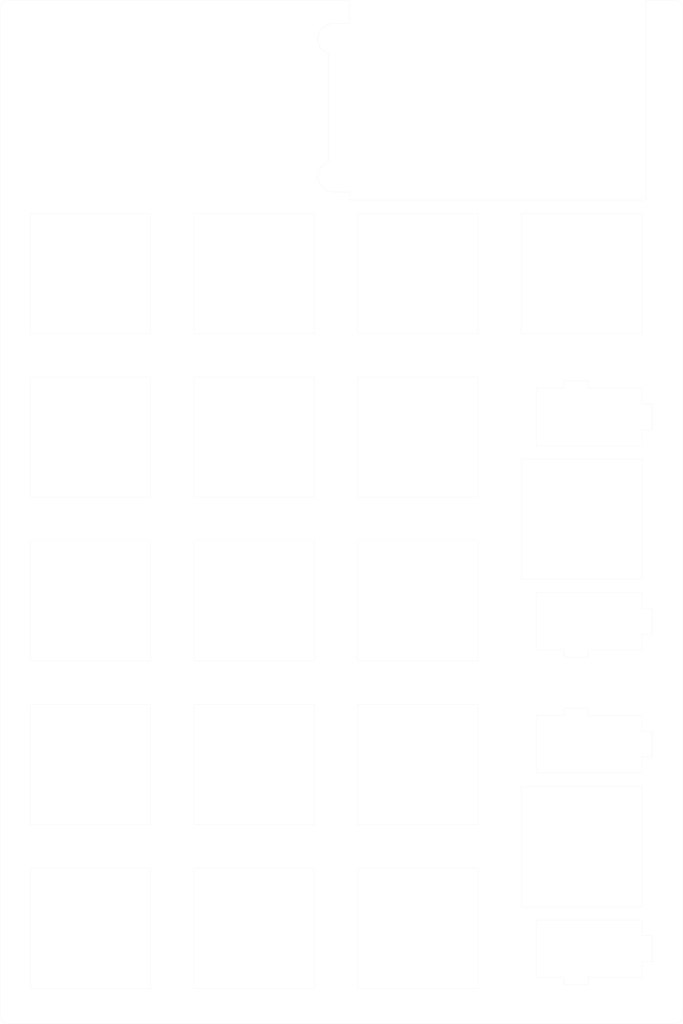
<source format=kicad_pcb>
(kicad_pcb (version 20171130) (host pcbnew "(5.1.6)-1")

  (general
    (thickness 1.6)
    (drawings 22)
    (tracks 0)
    (zones 0)
    (modules 22)
    (nets 1)
  )

  (page A4)
  (layers
    (0 F.Cu signal)
    (31 B.Cu signal)
    (32 B.Adhes user)
    (33 F.Adhes user)
    (34 B.Paste user)
    (35 F.Paste user)
    (36 B.SilkS user)
    (37 F.SilkS user)
    (38 B.Mask user)
    (39 F.Mask user)
    (40 Dwgs.User user)
    (41 Cmts.User user)
    (42 Eco1.User user)
    (43 Eco2.User user)
    (44 Edge.Cuts user)
    (45 Margin user)
    (46 B.CrtYd user)
    (47 F.CrtYd user)
    (48 B.Fab user)
    (49 F.Fab user)
  )

  (setup
    (last_trace_width 0.25)
    (user_trace_width 0.5)
    (user_trace_width 0.6)
    (trace_clearance 0.2)
    (zone_clearance 0.508)
    (zone_45_only no)
    (trace_min 0.2)
    (via_size 0.7)
    (via_drill 0.35)
    (via_min_size 0.4)
    (via_min_drill 0.3)
    (uvia_size 0.3)
    (uvia_drill 0.1)
    (uvias_allowed no)
    (uvia_min_size 0.2)
    (uvia_min_drill 0.1)
    (edge_width 0.01)
    (segment_width 0.2)
    (pcb_text_width 0.3)
    (pcb_text_size 1.5 1.5)
    (mod_edge_width 0.12)
    (mod_text_size 1 1)
    (mod_text_width 0.15)
    (pad_size 1.7526 1.7526)
    (pad_drill 1.0922)
    (pad_to_mask_clearance 0.051)
    (solder_mask_min_width 0.25)
    (aux_axis_origin 0 0)
    (grid_origin 127 73.025)
    (visible_elements 7FFFFFFF)
    (pcbplotparams
      (layerselection 0x010fc_ffffffff)
      (usegerberextensions false)
      (usegerberattributes false)
      (usegerberadvancedattributes false)
      (creategerberjobfile false)
      (excludeedgelayer true)
      (linewidth 0.100000)
      (plotframeref false)
      (viasonmask false)
      (mode 1)
      (useauxorigin false)
      (hpglpennumber 1)
      (hpglpenspeed 20)
      (hpglpendiameter 15.000000)
      (psnegative false)
      (psa4output false)
      (plotreference true)
      (plotvalue true)
      (plotinvisibletext false)
      (padsonsilk false)
      (subtractmaskfromsilk false)
      (outputformat 1)
      (mirror false)
      (drillshape 0)
      (scaleselection 1)
      (outputdirectory "HamiV1.1Plate-Gerbers/"))
  )

  (net 0 "")

  (net_class Default "This is the default net class."
    (clearance 0.2)
    (trace_width 0.25)
    (via_dia 0.7)
    (via_drill 0.35)
    (uvia_dia 0.3)
    (uvia_drill 0.1)
  )

  (net_class Data ""
    (clearance 0.2)
    (trace_width 0.25)
    (via_dia 0.7)
    (via_drill 0.35)
    (uvia_dia 0.3)
    (uvia_drill 0.1)
  )

  (net_class Power ""
    (clearance 0.2)
    (trace_width 0.5)
    (via_dia 0.7)
    (via_drill 0.35)
    (uvia_dia 0.3)
    (uvia_drill 0.1)
  )

  (net_class Thing ""
    (clearance 0.2)
    (trace_width 0.6)
    (via_dia 0.7)
    (via_drill 0.35)
    (uvia_dia 0.3)
    (uvia_drill 0.1)
  )

  (module MountingHole:MountingHole_2.2mm_M2 (layer F.Cu) (tedit 56D1B4CB) (tstamp 5DC2C48A)
    (at 127 73.025)
    (descr "Mounting Hole 2.2mm, no annular, M2")
    (tags "mounting hole 2.2mm no annular m2")
    (path /5E8D7F77)
    (attr virtual)
    (fp_text reference H1 (at 0 -3.2) (layer F.SilkS) hide
      (effects (font (size 1 1) (thickness 0.15)))
    )
    (fp_text value MountingHole (at 0 3.2) (layer F.Fab)
      (effects (font (size 1 1) (thickness 0.15)))
    )
    (fp_circle (center 0 0) (end 2.45 0) (layer F.CrtYd) (width 0.05))
    (fp_circle (center 0 0) (end 2.2 0) (layer Cmts.User) (width 0.15))
    (fp_text user %R (at 0.3 0) (layer F.Fab)
      (effects (font (size 1 1) (thickness 0.15)))
    )
    (pad 1 np_thru_hole circle (at 0 0) (size 2.2 2.2) (drill 2.2) (layers *.Cu *.Mask))
  )

  (module MountingHole:MountingHole_2.2mm_M2 (layer F.Cu) (tedit 56D1B4CB) (tstamp 5F609FD8)
    (at 165.1 73.025)
    (descr "Mounting Hole 2.2mm, no annular, M2")
    (tags "mounting hole 2.2mm no annular m2")
    (path /5E8D7F71)
    (attr virtual)
    (fp_text reference H2 (at 0 -3.2) (layer F.SilkS) hide
      (effects (font (size 1 1) (thickness 0.15)))
    )
    (fp_text value MountingHole (at 0 3.2) (layer F.Fab)
      (effects (font (size 1 1) (thickness 0.15)))
    )
    (fp_circle (center 0 0) (end 2.45 0) (layer F.CrtYd) (width 0.05))
    (fp_circle (center 0 0) (end 2.2 0) (layer Cmts.User) (width 0.15))
    (fp_text user %R (at 0.3 0) (layer F.Fab)
      (effects (font (size 1 1) (thickness 0.15)))
    )
    (pad 1 np_thru_hole circle (at 0 0) (size 2.2 2.2) (drill 2.2) (layers *.Cu *.Mask))
  )

  (module MountingHole:MountingHole_2.2mm_M2 (layer F.Cu) (tedit 56D1B4CB) (tstamp 5DC2C4A2)
    (at 127 130.175)
    (descr "Mounting Hole 2.2mm, no annular, M2")
    (tags "mounting hole 2.2mm no annular m2")
    (path /5E19BF75)
    (attr virtual)
    (fp_text reference H4 (at 0 -3.2) (layer F.SilkS) hide
      (effects (font (size 1 1) (thickness 0.15)))
    )
    (fp_text value MountingHole (at 0 3.2) (layer F.Fab)
      (effects (font (size 1 1) (thickness 0.15)))
    )
    (fp_circle (center 0 0) (end 2.45 0) (layer F.CrtYd) (width 0.05))
    (fp_circle (center 0 0) (end 2.2 0) (layer Cmts.User) (width 0.15))
    (fp_text user %R (at 0.3 0) (layer F.Fab)
      (effects (font (size 1 1) (thickness 0.15)))
    )
    (pad 1 np_thru_hole circle (at 0 0) (size 2.2 2.2) (drill 2.2) (layers *.Cu *.Mask))
  )

  (module MountingHole:MountingHole_2.2mm_M2 (layer F.Cu) (tedit 56D1B4CB) (tstamp 5DC2C49A)
    (at 165.1 130.175)
    (descr "Mounting Hole 2.2mm, no annular, M2")
    (tags "mounting hole 2.2mm no annular m2")
    (path /5E8D7F6B)
    (attr virtual)
    (fp_text reference H3 (at 0 -3.2) (layer F.SilkS) hide
      (effects (font (size 1 1) (thickness 0.15)))
    )
    (fp_text value MountingHole (at 0 3.2) (layer F.Fab)
      (effects (font (size 1 1) (thickness 0.15)))
    )
    (fp_circle (center 0 0) (end 2.45 0) (layer F.CrtYd) (width 0.05))
    (fp_circle (center 0 0) (end 2.2 0) (layer Cmts.User) (width 0.15))
    (fp_text user %R (at 0.3 0) (layer F.Fab)
      (effects (font (size 1 1) (thickness 0.15)))
    )
    (pad 1 np_thru_hole circle (at 0 0) (size 2.2 2.2) (drill 2.2) (layers *.Cu *.Mask))
  )

  (module Hami:MX_Cutout_Tight (layer F.Cu) (tedit 5DD3FFCB) (tstamp 5F627ABF)
    (at 136.525 139.7)
    (path /5F65EF59)
    (fp_text reference SW11 (at 7.1 8.2) (layer F.SilkS) hide
      (effects (font (size 1 1) (thickness 0.15)))
    )
    (fp_text value MX (at -4.8 8.3) (layer F.Fab) hide
      (effects (font (size 1 1) (thickness 0.15)))
    )
    (fp_line (start -7 7) (end 7 7) (layer Edge.Cuts) (width 0.01))
    (fp_line (start 7 -7) (end 7 7) (layer Edge.Cuts) (width 0.01))
    (fp_line (start -7 -7) (end 7 -7) (layer Edge.Cuts) (width 0.01))
    (fp_line (start -7 7) (end -7 -7) (layer Edge.Cuts) (width 0.01))
  )

  (module Hami:MX_Cutout_Tight (layer F.Cu) (tedit 5DD3FFCB) (tstamp 5F627A92)
    (at 117.475 139.7)
    (path /5F65E88B)
    (fp_text reference SW6 (at 7.1 8.2) (layer F.SilkS) hide
      (effects (font (size 1 1) (thickness 0.15)))
    )
    (fp_text value MX (at -4.8 8.3) (layer F.Fab) hide
      (effects (font (size 1 1) (thickness 0.15)))
    )
    (fp_line (start -7 7) (end 7 7) (layer Edge.Cuts) (width 0.01))
    (fp_line (start 7 -7) (end 7 7) (layer Edge.Cuts) (width 0.01))
    (fp_line (start -7 -7) (end 7 -7) (layer Edge.Cuts) (width 0.01))
    (fp_line (start -7 7) (end -7 -7) (layer Edge.Cuts) (width 0.01))
  )

  (module Hami:MX_Cutout_Tight (layer F.Cu) (tedit 5DD3FFCB) (tstamp 5F627A29)
    (at 155.575 139.7)
    (path /5DBF2A61)
    (fp_text reference SW16 (at 7.1 8.2) (layer F.SilkS) hide
      (effects (font (size 1 1) (thickness 0.15)))
    )
    (fp_text value MX (at -4.8 8.3) (layer F.Fab) hide
      (effects (font (size 1 1) (thickness 0.15)))
    )
    (fp_line (start -7 7) (end 7 7) (layer Edge.Cuts) (width 0.01))
    (fp_line (start 7 -7) (end 7 7) (layer Edge.Cuts) (width 0.01))
    (fp_line (start -7 -7) (end 7 -7) (layer Edge.Cuts) (width 0.01))
    (fp_line (start -7 7) (end -7 -7) (layer Edge.Cuts) (width 0.01))
  )

  (module Hami:MX_Cutout_Tight (layer F.Cu) (tedit 5DD3FFCB) (tstamp 5F6279FC)
    (at 155.575 120.65)
    (path /5DBD3C23)
    (fp_text reference SW15 (at 7.1 8.2) (layer F.SilkS) hide
      (effects (font (size 1 1) (thickness 0.15)))
    )
    (fp_text value MX (at -4.8 8.3) (layer F.Fab) hide
      (effects (font (size 1 1) (thickness 0.15)))
    )
    (fp_line (start -7 7) (end 7 7) (layer Edge.Cuts) (width 0.01))
    (fp_line (start 7 -7) (end 7 7) (layer Edge.Cuts) (width 0.01))
    (fp_line (start -7 -7) (end 7 -7) (layer Edge.Cuts) (width 0.01))
    (fp_line (start -7 7) (end -7 -7) (layer Edge.Cuts) (width 0.01))
  )

  (module Hami:MX_Cutout_Tight (layer F.Cu) (tedit 5DD3FFCB) (tstamp 5F6279CF)
    (at 117.475 82.55)
    (path /5DBA68C5)
    (fp_text reference SW3 (at 7.1 8.2) (layer F.SilkS) hide
      (effects (font (size 1 1) (thickness 0.15)))
    )
    (fp_text value MX (at -4.8 8.3) (layer F.Fab) hide
      (effects (font (size 1 1) (thickness 0.15)))
    )
    (fp_line (start -7 7) (end 7 7) (layer Edge.Cuts) (width 0.01))
    (fp_line (start 7 -7) (end 7 7) (layer Edge.Cuts) (width 0.01))
    (fp_line (start -7 -7) (end 7 -7) (layer Edge.Cuts) (width 0.01))
    (fp_line (start -7 7) (end -7 -7) (layer Edge.Cuts) (width 0.01))
  )

  (module Hami:MX_Cutout_Tight (layer F.Cu) (tedit 5DD3FFCB) (tstamp 5F6279A2)
    (at 136.525 120.65)
    (path /5DBD3C11)
    (fp_text reference SW10 (at 7.1 8.2) (layer F.SilkS) hide
      (effects (font (size 1 1) (thickness 0.15)))
    )
    (fp_text value MX (at -4.8 8.3) (layer F.Fab) hide
      (effects (font (size 1 1) (thickness 0.15)))
    )
    (fp_line (start -7 7) (end 7 7) (layer Edge.Cuts) (width 0.01))
    (fp_line (start 7 -7) (end 7 7) (layer Edge.Cuts) (width 0.01))
    (fp_line (start -7 -7) (end 7 -7) (layer Edge.Cuts) (width 0.01))
    (fp_line (start -7 7) (end -7 -7) (layer Edge.Cuts) (width 0.01))
  )

  (module Hami:MX_Cutout_Tight (layer F.Cu) (tedit 5DD3FFCB) (tstamp 5F627975)
    (at 136.525 82.55)
    (path /5DBA68D7)
    (fp_text reference SW8 (at 7.1 8.2) (layer F.SilkS) hide
      (effects (font (size 1 1) (thickness 0.15)))
    )
    (fp_text value MX (at -4.8 8.3) (layer F.Fab) hide
      (effects (font (size 1 1) (thickness 0.15)))
    )
    (fp_line (start -7 7) (end 7 7) (layer Edge.Cuts) (width 0.01))
    (fp_line (start 7 -7) (end 7 7) (layer Edge.Cuts) (width 0.01))
    (fp_line (start -7 -7) (end 7 -7) (layer Edge.Cuts) (width 0.01))
    (fp_line (start -7 7) (end -7 -7) (layer Edge.Cuts) (width 0.01))
  )

  (module Hami:MX_Cutout_Tight (layer F.Cu) (tedit 5DD3FFCB) (tstamp 5F627948)
    (at 117.475 101.6)
    (path /5DBB9B79)
    (fp_text reference SW4 (at 7.1 8.2) (layer F.SilkS) hide
      (effects (font (size 1 1) (thickness 0.15)))
    )
    (fp_text value MX (at -4.8 8.3) (layer F.Fab) hide
      (effects (font (size 1 1) (thickness 0.15)))
    )
    (fp_line (start -7 7) (end 7 7) (layer Edge.Cuts) (width 0.01))
    (fp_line (start 7 -7) (end 7 7) (layer Edge.Cuts) (width 0.01))
    (fp_line (start -7 -7) (end 7 -7) (layer Edge.Cuts) (width 0.01))
    (fp_line (start -7 7) (end -7 -7) (layer Edge.Cuts) (width 0.01))
  )

  (module Hami:MX_Cutout_Tight (layer F.Cu) (tedit 5DD3FFCB) (tstamp 5F62791B)
    (at 136.525 63.5)
    (path /5DB6DBBF)
    (fp_text reference SW7 (at 7.1 8.2) (layer F.SilkS) hide
      (effects (font (size 1 1) (thickness 0.15)))
    )
    (fp_text value MX (at -4.8 8.3) (layer F.Fab) hide
      (effects (font (size 1 1) (thickness 0.15)))
    )
    (fp_line (start -7 7) (end 7 7) (layer Edge.Cuts) (width 0.01))
    (fp_line (start 7 -7) (end 7 7) (layer Edge.Cuts) (width 0.01))
    (fp_line (start -7 -7) (end 7 -7) (layer Edge.Cuts) (width 0.01))
    (fp_line (start -7 7) (end -7 -7) (layer Edge.Cuts) (width 0.01))
  )

  (module Hami:MX_Cutout_Tight (layer F.Cu) (tedit 5DD3FFCB) (tstamp 5F6278EE)
    (at 155.575 63.5)
    (path /5DB7CFC1)
    (fp_text reference SW12 (at 7.1 8.2) (layer F.SilkS) hide
      (effects (font (size 1 1) (thickness 0.15)))
    )
    (fp_text value MX (at -4.8 8.3) (layer F.Fab) hide
      (effects (font (size 1 1) (thickness 0.15)))
    )
    (fp_line (start -7 7) (end 7 7) (layer Edge.Cuts) (width 0.01))
    (fp_line (start 7 -7) (end 7 7) (layer Edge.Cuts) (width 0.01))
    (fp_line (start -7 -7) (end 7 -7) (layer Edge.Cuts) (width 0.01))
    (fp_line (start -7 7) (end -7 -7) (layer Edge.Cuts) (width 0.01))
  )

  (module Hami:MX_Cutout_Tight (layer F.Cu) (tedit 5DD3FFCB) (tstamp 5F6278C1)
    (at 117.475 120.65)
    (path /5DBD3BFF)
    (fp_text reference SW5 (at 7.1 8.2) (layer F.SilkS) hide
      (effects (font (size 1 1) (thickness 0.15)))
    )
    (fp_text value MX (at -4.8 8.3) (layer F.Fab) hide
      (effects (font (size 1 1) (thickness 0.15)))
    )
    (fp_line (start -7 7) (end 7 7) (layer Edge.Cuts) (width 0.01))
    (fp_line (start 7 -7) (end 7 7) (layer Edge.Cuts) (width 0.01))
    (fp_line (start -7 -7) (end 7 -7) (layer Edge.Cuts) (width 0.01))
    (fp_line (start -7 7) (end -7 -7) (layer Edge.Cuts) (width 0.01))
  )

  (module Hami:MX_Cutout_Tight (layer F.Cu) (tedit 5DD3FFCB) (tstamp 5F627894)
    (at 174.625 63.5)
    (path /5DB7CFD3)
    (fp_text reference SW17 (at 7.1 8.2) (layer F.SilkS) hide
      (effects (font (size 1 1) (thickness 0.15)))
    )
    (fp_text value MX (at -4.8 8.3) (layer F.Fab) hide
      (effects (font (size 1 1) (thickness 0.15)))
    )
    (fp_line (start -7 7) (end 7 7) (layer Edge.Cuts) (width 0.01))
    (fp_line (start 7 -7) (end 7 7) (layer Edge.Cuts) (width 0.01))
    (fp_line (start -7 -7) (end 7 -7) (layer Edge.Cuts) (width 0.01))
    (fp_line (start -7 7) (end -7 -7) (layer Edge.Cuts) (width 0.01))
  )

  (module Hami:MX_Cutout_Tight (layer F.Cu) (tedit 5DD3FFCB) (tstamp 5F627867)
    (at 155.575 82.55)
    (path /5DBA68E9)
    (fp_text reference SW13 (at 7.1 8.2) (layer F.SilkS) hide
      (effects (font (size 1 1) (thickness 0.15)))
    )
    (fp_text value MX (at -4.8 8.3) (layer F.Fab) hide
      (effects (font (size 1 1) (thickness 0.15)))
    )
    (fp_line (start -7 7) (end 7 7) (layer Edge.Cuts) (width 0.01))
    (fp_line (start 7 -7) (end 7 7) (layer Edge.Cuts) (width 0.01))
    (fp_line (start -7 -7) (end 7 -7) (layer Edge.Cuts) (width 0.01))
    (fp_line (start -7 7) (end -7 -7) (layer Edge.Cuts) (width 0.01))
  )

  (module Hami:MX_Cutout_Tight (layer F.Cu) (tedit 5DD3FFCB) (tstamp 5F62783A)
    (at 155.575 101.6)
    (path /5DBB9B9D)
    (fp_text reference SW14 (at 7.1 8.2) (layer F.SilkS) hide
      (effects (font (size 1 1) (thickness 0.15)))
    )
    (fp_text value MX (at -4.8 8.3) (layer F.Fab) hide
      (effects (font (size 1 1) (thickness 0.15)))
    )
    (fp_line (start -7 7) (end 7 7) (layer Edge.Cuts) (width 0.01))
    (fp_line (start 7 -7) (end 7 7) (layer Edge.Cuts) (width 0.01))
    (fp_line (start -7 -7) (end 7 -7) (layer Edge.Cuts) (width 0.01))
    (fp_line (start -7 7) (end -7 -7) (layer Edge.Cuts) (width 0.01))
  )

  (module Hami:MX_Cutout_Tight (layer F.Cu) (tedit 5DD3FFCB) (tstamp 5F62780D)
    (at 117.475 63.5)
    (path /5E7F9F5F)
    (fp_text reference SW2 (at 7.1 8.2) (layer F.SilkS) hide
      (effects (font (size 1 1) (thickness 0.15)))
    )
    (fp_text value MX (at -4.8 8.3) (layer F.Fab) hide
      (effects (font (size 1 1) (thickness 0.15)))
    )
    (fp_line (start -7 7) (end 7 7) (layer Edge.Cuts) (width 0.01))
    (fp_line (start 7 -7) (end 7 7) (layer Edge.Cuts) (width 0.01))
    (fp_line (start -7 -7) (end 7 -7) (layer Edge.Cuts) (width 0.01))
    (fp_line (start -7 7) (end -7 -7) (layer Edge.Cuts) (width 0.01))
  )

  (module Hami:MX_Cutout_Tight (layer F.Cu) (tedit 5DD3FFCB) (tstamp 5F6277AD)
    (at 136.525 101.6)
    (path /5DBB9B8B)
    (fp_text reference SW9 (at 7.1 8.2) (layer F.SilkS) hide
      (effects (font (size 1 1) (thickness 0.15)))
    )
    (fp_text value MX (at -4.8 8.3) (layer F.Fab) hide
      (effects (font (size 1 1) (thickness 0.15)))
    )
    (fp_line (start -7 7) (end 7 7) (layer Edge.Cuts) (width 0.01))
    (fp_line (start 7 -7) (end 7 7) (layer Edge.Cuts) (width 0.01))
    (fp_line (start -7 -7) (end 7 -7) (layer Edge.Cuts) (width 0.01))
    (fp_line (start -7 7) (end -7 -7) (layer Edge.Cuts) (width 0.01))
  )

  (module Hami:MX_Cutout_2U_Tight (layer F.Cu) (tedit 5F61B744) (tstamp 5F627A56)
    (at 174.625 130.175 90)
    (path /5DBB9BAF)
    (fp_text reference SW19 (at 7.1 8.2 90) (layer F.SilkS) hide
      (effects (font (size 1 1) (thickness 0.15)))
    )
    (fp_text value MX (at -4.8 8.3 90) (layer F.Fab) hide
      (effects (font (size 1 1) (thickness 0.15)))
    )
    (fp_line (start 16.1 0.754) (end 15.225 0.754) (layer Edge.Cuts) (width 0.01))
    (fp_line (start 16.1 0.754) (end 16.1 -2.046) (layer Edge.Cuts) (width 0.01))
    (fp_line (start 16.1 -2.046) (end 15.225 -2.046) (layer Edge.Cuts) (width 0.01))
    (fp_line (start 13.4 8.224) (end 13.4 7.024) (layer Edge.Cuts) (width 0.01))
    (fp_line (start 10.4 8.224) (end 10.4 7.024) (layer Edge.Cuts) (width 0.01))
    (fp_line (start 15.225 7.024) (end 13.4 7.024) (layer Edge.Cuts) (width 0.01))
    (fp_line (start 10.4 7.024) (end 8.575 7.024) (layer Edge.Cuts) (width 0.01))
    (fp_line (start 13.4 8.224) (end 10.4 8.224) (layer Edge.Cuts) (width 0.01))
    (fp_line (start 15.225 7.024) (end 15.225 0.754) (layer Edge.Cuts) (width 0.01))
    (fp_line (start 15.225 -2.046) (end 15.225 -5.276) (layer Edge.Cuts) (width 0.01))
    (fp_line (start 15.225 -5.276) (end 8.575 -5.276) (layer Edge.Cuts) (width 0.01))
    (fp_line (start 8.575 7.024) (end 8.575 -5.276) (layer Edge.Cuts) (width 0.01))
    (fp_line (start 7 7) (end 7 -7) (layer Edge.Cuts) (width 0.01))
    (fp_line (start 7 -7) (end -7 -7) (layer Edge.Cuts) (width 0.01))
    (fp_line (start 7 7) (end -7 7) (layer Edge.Cuts) (width 0.01))
    (fp_line (start -7 7) (end -7 -7) (layer Edge.Cuts) (width 0.01))
    (fp_line (start -8.575 7.024) (end -10.4 7.024) (layer Edge.Cuts) (width 0.01))
    (fp_line (start -10.4 8.224) (end -10.4 7.024) (layer Edge.Cuts) (width 0.01))
    (fp_line (start -10.4 8.224) (end -13.4 8.224) (layer Edge.Cuts) (width 0.01))
    (fp_line (start -13.4 8.224) (end -13.4 7.024) (layer Edge.Cuts) (width 0.01))
    (fp_line (start -13.4 7.024) (end -15.225 7.024) (layer Edge.Cuts) (width 0.01))
    (fp_line (start -15.225 7.024) (end -15.225 0.754) (layer Edge.Cuts) (width 0.01))
    (fp_line (start -15.225 0.754) (end -16.1 0.754) (layer Edge.Cuts) (width 0.01))
    (fp_line (start -16.1 0.754) (end -16.1 -2.046) (layer Edge.Cuts) (width 0.01))
    (fp_line (start -15.225 -2.046) (end -16.1 -2.046) (layer Edge.Cuts) (width 0.01))
    (fp_line (start -15.225 -2.046) (end -15.225 -5.276) (layer Edge.Cuts) (width 0.01))
    (fp_line (start -8.575 -5.276) (end -15.225 -5.276) (layer Edge.Cuts) (width 0.01))
    (fp_line (start -8.575 7.024) (end -8.575 -5.276) (layer Edge.Cuts) (width 0.01))
  )

  (module Hami:MX_Cutout_2U_Tight (layer F.Cu) (tedit 5F61B744) (tstamp 5F6277DA)
    (at 174.625 92.075 90)
    (path /5DBA68FB)
    (fp_text reference SW18 (at 7.1 8.2 90) (layer F.SilkS) hide
      (effects (font (size 1 1) (thickness 0.15)))
    )
    (fp_text value MX (at -4.8 8.3 90) (layer F.Fab) hide
      (effects (font (size 1 1) (thickness 0.15)))
    )
    (fp_line (start 16.1 0.754) (end 15.225 0.754) (layer Edge.Cuts) (width 0.01))
    (fp_line (start 16.1 0.754) (end 16.1 -2.046) (layer Edge.Cuts) (width 0.01))
    (fp_line (start 16.1 -2.046) (end 15.225 -2.046) (layer Edge.Cuts) (width 0.01))
    (fp_line (start 13.4 8.224) (end 13.4 7.024) (layer Edge.Cuts) (width 0.01))
    (fp_line (start 10.4 8.224) (end 10.4 7.024) (layer Edge.Cuts) (width 0.01))
    (fp_line (start 15.225 7.024) (end 13.4 7.024) (layer Edge.Cuts) (width 0.01))
    (fp_line (start 10.4 7.024) (end 8.575 7.024) (layer Edge.Cuts) (width 0.01))
    (fp_line (start 13.4 8.224) (end 10.4 8.224) (layer Edge.Cuts) (width 0.01))
    (fp_line (start 15.225 7.024) (end 15.225 0.754) (layer Edge.Cuts) (width 0.01))
    (fp_line (start 15.225 -2.046) (end 15.225 -5.276) (layer Edge.Cuts) (width 0.01))
    (fp_line (start 15.225 -5.276) (end 8.575 -5.276) (layer Edge.Cuts) (width 0.01))
    (fp_line (start 8.575 7.024) (end 8.575 -5.276) (layer Edge.Cuts) (width 0.01))
    (fp_line (start 7 7) (end 7 -7) (layer Edge.Cuts) (width 0.01))
    (fp_line (start 7 -7) (end -7 -7) (layer Edge.Cuts) (width 0.01))
    (fp_line (start 7 7) (end -7 7) (layer Edge.Cuts) (width 0.01))
    (fp_line (start -7 7) (end -7 -7) (layer Edge.Cuts) (width 0.01))
    (fp_line (start -8.575 7.024) (end -10.4 7.024) (layer Edge.Cuts) (width 0.01))
    (fp_line (start -10.4 8.224) (end -10.4 7.024) (layer Edge.Cuts) (width 0.01))
    (fp_line (start -10.4 8.224) (end -13.4 8.224) (layer Edge.Cuts) (width 0.01))
    (fp_line (start -13.4 8.224) (end -13.4 7.024) (layer Edge.Cuts) (width 0.01))
    (fp_line (start -13.4 7.024) (end -15.225 7.024) (layer Edge.Cuts) (width 0.01))
    (fp_line (start -15.225 7.024) (end -15.225 0.754) (layer Edge.Cuts) (width 0.01))
    (fp_line (start -15.225 0.754) (end -16.1 0.754) (layer Edge.Cuts) (width 0.01))
    (fp_line (start -16.1 0.754) (end -16.1 -2.046) (layer Edge.Cuts) (width 0.01))
    (fp_line (start -15.225 -2.046) (end -16.1 -2.046) (layer Edge.Cuts) (width 0.01))
    (fp_line (start -15.225 -2.046) (end -15.225 -5.276) (layer Edge.Cuts) (width 0.01))
    (fp_line (start -8.575 -5.276) (end -15.225 -5.276) (layer Edge.Cuts) (width 0.01))
    (fp_line (start -8.575 7.024) (end -8.575 -5.276) (layer Edge.Cuts) (width 0.01))
  )

  (gr_arc (start 185.419998 32.695001) (end 186.42 32.695001) (angle -90) (layer Edge.Cuts) (width 0.01) (tstamp 5F725FBB))
  (gr_line (start 147.593 54.971801) (end 182.093 54.971801) (layer Edge.Cuts) (width 0.01) (tstamp 5F725FBA))
  (gr_line (start 107.95 31.695) (end 147.592999 31.695) (layer Edge.Cuts) (width 0.01) (tstamp 5F725FB9))
  (gr_line (start 186.42 32.695001) (end 186.42 149.812) (layer Edge.Cuts) (width 0.01) (tstamp 5F725FB8))
  (gr_arc (start 145.743 36.221801) (end 145.742999 34.421801) (angle -160.5287794) (layer Edge.Cuts) (width 0.01) (tstamp 5F725FB7))
  (gr_line (start 185.419999 150.812001) (end 107.95 150.812001) (layer Edge.Cuts) (width 0.01) (tstamp 5F725FB6))
  (gr_arc (start 107.95 32.695) (end 107.95 31.695) (angle -90) (layer Edge.Cuts) (width 0.01) (tstamp 5F725FB5))
  (gr_line (start 106.95 149.812001) (end 106.95 32.695) (layer Edge.Cuts) (width 0.01) (tstamp 5F725FB4))
  (gr_line (start 182.093 54.971801) (end 182.092999 31.695) (layer Edge.Cuts) (width 0.01) (tstamp 5F725FB3))
  (gr_line (start 147.593 34.421801) (end 145.742999 34.421801) (layer Edge.Cuts) (width 0.01) (tstamp 5F725FB2))
  (gr_line (start 147.593 54.021801) (end 147.593 54.971801) (layer Edge.Cuts) (width 0.01) (tstamp 5F725FB1))
  (gr_arc (start 145.743 52.221801) (end 145.143 50.524744) (angle -160.5287794) (layer Edge.Cuts) (width 0.01) (tstamp 5F725FB0))
  (gr_line (start 147.592999 31.695) (end 147.593 34.421801) (layer Edge.Cuts) (width 0.01) (tstamp 5F725FAF))
  (gr_arc (start 107.95 149.812001) (end 106.95 149.812001) (angle -90) (layer Edge.Cuts) (width 0.01) (tstamp 5F725FAE))
  (gr_line (start 182.092999 31.695) (end 185.419999 31.695) (layer Edge.Cuts) (width 0.01) (tstamp 5F725FAD))
  (gr_arc (start 185.419999 149.812) (end 185.419999 150.812001) (angle -90) (layer Edge.Cuts) (width 0.01) (tstamp 5F725FAC))
  (gr_line (start 145.143 37.918857) (end 145.143 50.524744) (layer Edge.Cuts) (width 0.01) (tstamp 5F725FAB))
  (gr_line (start 145.743 54.0218) (end 147.593 54.021801) (layer Edge.Cuts) (width 0.01) (tstamp 5F725FAA))
  (gr_circle (center 165.099999 130.175001) (end 164.05 130.175001) (layer Edge.Cuts) (width 0.01) (tstamp 5F725FA9))
  (gr_circle (center 127 73.025) (end 125.949999 73.025001) (layer Edge.Cuts) (width 0.01) (tstamp 5F725FA8))
  (gr_circle (center 165.1 73.025001) (end 164.05 73.025001) (layer Edge.Cuts) (width 0.01) (tstamp 5F725FA7))
  (gr_circle (center 127 130.175001) (end 125.95 130.175001) (layer Edge.Cuts) (width 0.01) (tstamp 5F725FA6))

)

</source>
